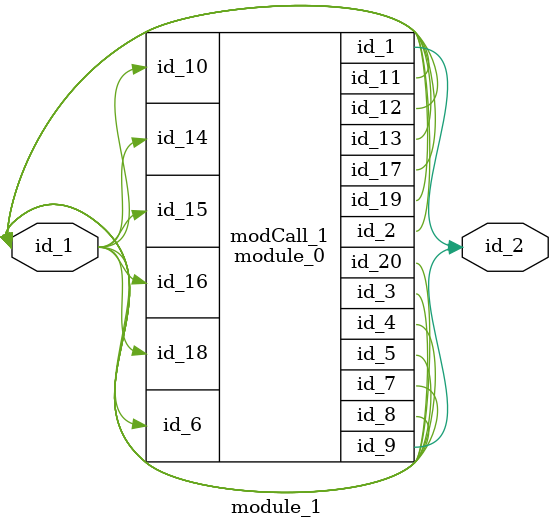
<source format=v>
module module_0 (
    id_1,
    id_2,
    id_3,
    id_4,
    id_5,
    id_6,
    id_7,
    id_8,
    id_9,
    id_10,
    id_11,
    id_12,
    id_13,
    id_14,
    id_15,
    id_16,
    id_17,
    id_18,
    id_19,
    id_20
);
  inout wire id_20;
  inout wire id_19;
  input wire id_18;
  inout wire id_17;
  input wire id_16;
  input wire id_15;
  input wire id_14;
  output wire id_13;
  inout wire id_12;
  output wire id_11;
  input wire id_10;
  output wire id_9;
  inout wire id_8;
  inout wire id_7;
  input wire id_6;
  inout wire id_5;
  inout wire id_4;
  inout wire id_3;
  output wire id_2;
  output wire id_1;
endmodule
module module_1 (
    id_1,
    id_2
);
  output wire id_2;
  inout wire id_1;
  module_0 modCall_1 (
      id_2,
      id_1,
      id_1,
      id_1,
      id_1,
      id_1,
      id_1,
      id_1,
      id_2,
      id_1,
      id_1,
      id_1,
      id_1,
      id_1,
      id_1,
      id_1,
      id_1,
      id_1,
      id_1,
      id_1
  );
  wire id_3;
  ;
endmodule

</source>
